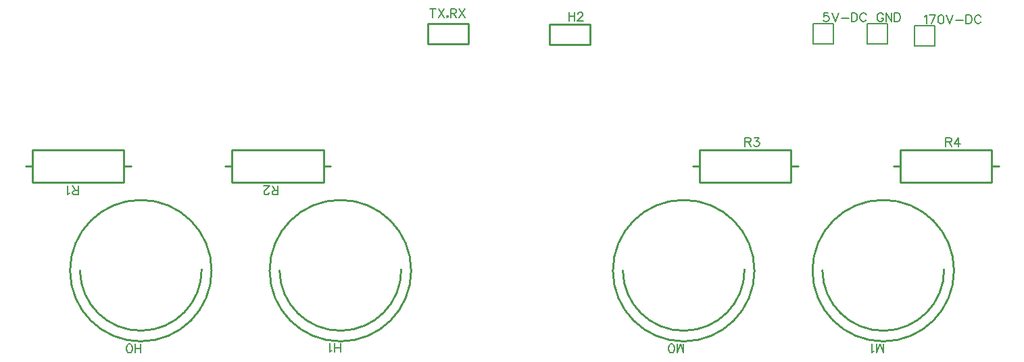
<source format=gto>
G04 Layer: TopSilkLayer*
G04 EasyEDA v6.4.20.2, 2021-06-27T22:08:49--7:00*
G04 5bb4508a62654dd5b4bd4a713fde6167,27d4ab91a1c145949b64cbb6833597a5,10*
G04 Gerber Generator version 0.2*
G04 Scale: 100 percent, Rotated: No, Reflected: No *
G04 Dimensions in inches *
G04 leading zeros omitted , absolute positions ,3 integer and 6 decimal *
%FSLAX36Y36*%
%MOIN*%

%ADD10C,0.0100*%
%ADD24C,0.0080*%
%ADD25C,0.0080*%
%ADD26C,0.0060*%

%LPD*%
D26*
X4374499Y-4243600D02*
G01*
X4354099Y-4243600D01*
X4351999Y-4261999D01*
X4354099Y-4260000D01*
X4360200Y-4257900D01*
X4366400Y-4257900D01*
X4372500Y-4260000D01*
X4376599Y-4264000D01*
X4378599Y-4270200D01*
X4378599Y-4274299D01*
X4376599Y-4280400D01*
X4372500Y-4284499D01*
X4366400Y-4286500D01*
X4360200Y-4286500D01*
X4354099Y-4284499D01*
X4351999Y-4282500D01*
X4350000Y-4278400D01*
X4392100Y-4243600D02*
G01*
X4408500Y-4286500D01*
X4424899Y-4243600D02*
G01*
X4408500Y-4286500D01*
X4438400Y-4268099D02*
G01*
X4475200Y-4268099D01*
X4488699Y-4243600D02*
G01*
X4488699Y-4286500D01*
X4488699Y-4243600D02*
G01*
X4503000Y-4243600D01*
X4509099Y-4245599D01*
X4513199Y-4249699D01*
X4515299Y-4253800D01*
X4517299Y-4260000D01*
X4517299Y-4270200D01*
X4515299Y-4276300D01*
X4513199Y-4280400D01*
X4509099Y-4284499D01*
X4503000Y-4286500D01*
X4488699Y-4286500D01*
X4561499Y-4253800D02*
G01*
X4559499Y-4249699D01*
X4555400Y-4245599D01*
X4551300Y-4243600D01*
X4543100Y-4243600D01*
X4538999Y-4245599D01*
X4534899Y-4249699D01*
X4532900Y-4253800D01*
X4530799Y-4260000D01*
X4530799Y-4270200D01*
X4532900Y-4276300D01*
X4534899Y-4280400D01*
X4538999Y-4284499D01*
X4543100Y-4286500D01*
X4551300Y-4286500D01*
X4555400Y-4284499D01*
X4559499Y-4280400D01*
X4561499Y-4276300D01*
X4850000Y-4261799D02*
G01*
X4854099Y-4259699D01*
X4860200Y-4253600D01*
X4860200Y-4296500D01*
X4902399Y-4253600D02*
G01*
X4881899Y-4296500D01*
X4873699Y-4253600D02*
G01*
X4902399Y-4253600D01*
X4928100Y-4253600D02*
G01*
X4921999Y-4255599D01*
X4917900Y-4261799D01*
X4915900Y-4271999D01*
X4915900Y-4278099D01*
X4917900Y-4288400D01*
X4921999Y-4294499D01*
X4928100Y-4296500D01*
X4932200Y-4296500D01*
X4938400Y-4294499D01*
X4942500Y-4288400D01*
X4944499Y-4278099D01*
X4944499Y-4271999D01*
X4942500Y-4261799D01*
X4938400Y-4255599D01*
X4932200Y-4253600D01*
X4928100Y-4253600D01*
X4958000Y-4253600D02*
G01*
X4974399Y-4296500D01*
X4990699Y-4253600D02*
G01*
X4974399Y-4296500D01*
X5004200Y-4278099D02*
G01*
X5041000Y-4278099D01*
X5054499Y-4253600D02*
G01*
X5054499Y-4296500D01*
X5054499Y-4253600D02*
G01*
X5068900Y-4253600D01*
X5075000Y-4255599D01*
X5079099Y-4259699D01*
X5081099Y-4263800D01*
X5083199Y-4270000D01*
X5083199Y-4280200D01*
X5081099Y-4286300D01*
X5079099Y-4290400D01*
X5075000Y-4294499D01*
X5068900Y-4296500D01*
X5054499Y-4296500D01*
X5127399Y-4263800D02*
G01*
X5125299Y-4259699D01*
X5121199Y-4255599D01*
X5117100Y-4253600D01*
X5108999Y-4253600D01*
X5104899Y-4255599D01*
X5100799Y-4259699D01*
X5098699Y-4263800D01*
X5096700Y-4270000D01*
X5096700Y-4280200D01*
X5098699Y-4286300D01*
X5100799Y-4290400D01*
X5104899Y-4294499D01*
X5108999Y-4296500D01*
X5117100Y-4296500D01*
X5121199Y-4294499D01*
X5125299Y-4290400D01*
X5127399Y-4286300D01*
X4645699Y-4253800D02*
G01*
X4643599Y-4249699D01*
X4639499Y-4245599D01*
X4635500Y-4243600D01*
X4627299Y-4243600D01*
X4623199Y-4245599D01*
X4619099Y-4249699D01*
X4616999Y-4253800D01*
X4615000Y-4260000D01*
X4615000Y-4270200D01*
X4616999Y-4276300D01*
X4619099Y-4280400D01*
X4623199Y-4284499D01*
X4627299Y-4286500D01*
X4635500Y-4286500D01*
X4639499Y-4284499D01*
X4643599Y-4280400D01*
X4645699Y-4276300D01*
X4645699Y-4270200D01*
X4635500Y-4270200D02*
G01*
X4645699Y-4270200D01*
X4659200Y-4243600D02*
G01*
X4659200Y-4286500D01*
X4659200Y-4243600D02*
G01*
X4687799Y-4286500D01*
X4687799Y-4243600D02*
G01*
X4687799Y-4286500D01*
X4701300Y-4243600D02*
G01*
X4701300Y-4286500D01*
X4701300Y-4243600D02*
G01*
X4715600Y-4243600D01*
X4721800Y-4245599D01*
X4725900Y-4249699D01*
X4727900Y-4253800D01*
X4730000Y-4260000D01*
X4730000Y-4270200D01*
X4727900Y-4276300D01*
X4725900Y-4280400D01*
X4721800Y-4284499D01*
X4715600Y-4286500D01*
X4701300Y-4286500D01*
X984252Y-5920711D02*
G01*
X984252Y-5877811D01*
X955653Y-5920711D02*
G01*
X955653Y-5877811D01*
X984252Y-5900311D02*
G01*
X955653Y-5900311D01*
X929853Y-5920711D02*
G01*
X935952Y-5918710D01*
X940052Y-5912510D01*
X942152Y-5902311D01*
X942152Y-5896210D01*
X940052Y-5885911D01*
X935952Y-5879811D01*
X929853Y-5877811D01*
X925753Y-5877811D01*
X919652Y-5879811D01*
X915552Y-5885911D01*
X913452Y-5896210D01*
X913452Y-5902311D01*
X915552Y-5912510D01*
X919652Y-5918710D01*
X925753Y-5920711D01*
X929853Y-5920711D01*
X1968504Y-5917211D02*
G01*
X1968504Y-5874310D01*
X1939903Y-5917211D02*
G01*
X1939903Y-5874310D01*
X1968504Y-5896810D02*
G01*
X1939903Y-5896810D01*
X1926404Y-5909011D02*
G01*
X1922304Y-5911111D01*
X1916103Y-5917211D01*
X1916103Y-5874310D01*
X3095000Y-4239600D02*
G01*
X3095000Y-4282500D01*
X3123599Y-4239600D02*
G01*
X3123599Y-4282500D01*
X3095000Y-4260000D02*
G01*
X3123599Y-4260000D01*
X3139200Y-4249800D02*
G01*
X3139200Y-4247800D01*
X3141199Y-4243699D01*
X3143299Y-4241599D01*
X3147399Y-4239600D01*
X3155500Y-4239600D01*
X3159600Y-4241599D01*
X3161700Y-4243699D01*
X3163699Y-4247800D01*
X3163699Y-4251900D01*
X3161700Y-4255999D01*
X3157600Y-4262100D01*
X3137100Y-4282500D01*
X3165799Y-4282500D01*
X2424300Y-4224600D02*
G01*
X2424300Y-4267500D01*
X2410000Y-4224600D02*
G01*
X2438599Y-4224600D01*
X2452100Y-4224600D02*
G01*
X2480799Y-4267500D01*
X2480799Y-4224600D02*
G01*
X2452100Y-4267500D01*
X2498400Y-4259400D02*
G01*
X2496300Y-4261399D01*
X2494300Y-4259400D01*
X2496300Y-4257300D01*
X2498400Y-4259400D01*
X2498400Y-4263499D01*
X2494300Y-4267500D01*
X2511899Y-4224600D02*
G01*
X2511899Y-4267500D01*
X2511899Y-4224600D02*
G01*
X2530299Y-4224600D01*
X2536400Y-4226599D01*
X2538500Y-4228699D01*
X2540500Y-4232800D01*
X2540500Y-4236900D01*
X2538500Y-4240999D01*
X2536400Y-4243000D01*
X2530299Y-4245000D01*
X2511899Y-4245000D01*
X2526199Y-4245000D02*
G01*
X2540500Y-4267500D01*
X2553999Y-4224600D02*
G01*
X2582600Y-4267500D01*
X2582600Y-4224600D02*
G01*
X2553999Y-4267500D01*
X3661417Y-5920711D02*
G01*
X3661417Y-5877811D01*
X3661417Y-5920711D02*
G01*
X3645016Y-5877811D01*
X3628716Y-5920711D02*
G01*
X3645016Y-5877811D01*
X3628716Y-5920711D02*
G01*
X3628716Y-5877811D01*
X3602916Y-5920711D02*
G01*
X3609017Y-5918710D01*
X3613117Y-5912510D01*
X3615217Y-5902311D01*
X3615217Y-5896210D01*
X3613117Y-5885911D01*
X3609017Y-5879811D01*
X3602916Y-5877811D01*
X3598816Y-5877811D01*
X3592717Y-5879811D01*
X3588617Y-5885911D01*
X3586517Y-5896210D01*
X3586517Y-5902311D01*
X3588617Y-5912510D01*
X3592717Y-5918710D01*
X3598816Y-5920711D01*
X3602916Y-5920711D01*
X675945Y-5140400D02*
G01*
X675945Y-5097500D01*
X675945Y-5140400D02*
G01*
X657545Y-5140400D01*
X651444Y-5138400D01*
X649344Y-5136300D01*
X647345Y-5132199D01*
X647345Y-5128099D01*
X649344Y-5124000D01*
X651444Y-5121999D01*
X657545Y-5120000D01*
X675945Y-5120000D01*
X661644Y-5120000D02*
G01*
X647345Y-5097500D01*
X633845Y-5132199D02*
G01*
X629744Y-5134299D01*
X623544Y-5140400D01*
X623544Y-5097500D01*
X1660945Y-5140400D02*
G01*
X1660945Y-5097500D01*
X1660945Y-5140400D02*
G01*
X1642545Y-5140400D01*
X1636445Y-5138400D01*
X1634345Y-5136300D01*
X1632344Y-5132199D01*
X1632344Y-5128099D01*
X1634345Y-5124000D01*
X1636445Y-5121999D01*
X1642545Y-5120000D01*
X1660945Y-5120000D01*
X1646644Y-5120000D02*
G01*
X1632344Y-5097500D01*
X1616745Y-5130200D02*
G01*
X1616745Y-5132199D01*
X1614745Y-5136300D01*
X1612645Y-5138400D01*
X1608545Y-5140400D01*
X1600444Y-5140400D01*
X1596345Y-5138400D01*
X1594245Y-5136300D01*
X1592245Y-5132199D01*
X1592245Y-5128099D01*
X1594245Y-5124000D01*
X1598344Y-5117900D01*
X1618845Y-5097500D01*
X1590145Y-5097500D01*
X3964054Y-4859600D02*
G01*
X3964054Y-4902500D01*
X3964054Y-4859600D02*
G01*
X3982455Y-4859600D01*
X3988554Y-4861599D01*
X3990654Y-4863699D01*
X3992655Y-4867800D01*
X3992655Y-4871900D01*
X3990654Y-4875999D01*
X3988554Y-4878000D01*
X3982455Y-4880000D01*
X3964054Y-4880000D01*
X3978355Y-4880000D02*
G01*
X3992655Y-4902500D01*
X4010254Y-4859600D02*
G01*
X4032754Y-4859600D01*
X4020555Y-4875999D01*
X4026655Y-4875999D01*
X4030754Y-4878000D01*
X4032754Y-4880000D01*
X4034854Y-4886199D01*
X4034854Y-4890300D01*
X4032754Y-4896399D01*
X4028654Y-4900500D01*
X4022555Y-4902500D01*
X4016454Y-4902500D01*
X4010254Y-4900500D01*
X4008254Y-4898499D01*
X4006154Y-4894400D01*
X4954054Y-4859600D02*
G01*
X4954054Y-4902500D01*
X4954054Y-4859600D02*
G01*
X4972455Y-4859600D01*
X4978554Y-4861599D01*
X4980654Y-4863699D01*
X4982655Y-4867800D01*
X4982655Y-4871900D01*
X4980654Y-4875999D01*
X4978554Y-4878000D01*
X4972455Y-4880000D01*
X4954054Y-4880000D01*
X4968355Y-4880000D02*
G01*
X4982655Y-4902500D01*
X5016655Y-4859600D02*
G01*
X4996154Y-4888200D01*
X5026854Y-4888200D01*
X5016655Y-4859600D02*
G01*
X5016655Y-4902500D01*
X4645668Y-5920711D02*
G01*
X4645668Y-5877811D01*
X4645668Y-5920711D02*
G01*
X4629269Y-5877811D01*
X4612969Y-5920711D02*
G01*
X4629269Y-5877811D01*
X4612969Y-5920711D02*
G01*
X4612969Y-5877811D01*
X4599468Y-5912510D02*
G01*
X4595369Y-5914611D01*
X4589169Y-5920711D01*
X4589169Y-5877811D01*
D24*
X4400000Y-4395000D02*
G01*
X4300000Y-4395000D01*
X4300000Y-4295000D01*
X4400000Y-4295000D01*
X4400000Y-4370000D01*
D25*
X4400000Y-4395000D02*
G01*
X4400000Y-4370000D01*
D24*
X4900000Y-4405000D02*
G01*
X4800000Y-4405000D01*
X4800000Y-4305000D01*
X4900000Y-4305000D01*
X4900000Y-4380000D01*
D25*
X4900000Y-4405000D02*
G01*
X4900000Y-4380000D01*
D24*
X4665000Y-4395000D02*
G01*
X4565000Y-4395000D01*
X4565000Y-4295000D01*
X4665000Y-4295000D01*
X4665000Y-4370000D01*
D25*
X4665000Y-4395000D02*
G01*
X4665000Y-4370000D01*
D10*
X3000000Y-4300000D02*
G01*
X3200000Y-4300000D01*
X3200000Y-4400000D01*
X3000000Y-4400000D01*
X3000000Y-4300000D01*
X2600000Y-4395000D02*
G01*
X2400000Y-4395000D01*
X2400000Y-4295000D01*
X2600000Y-4295000D01*
X2600000Y-4395000D01*
X905045Y-5000000D02*
G01*
X935045Y-5000000D01*
X445045Y-5000000D02*
G01*
X415045Y-5000000D01*
X901374Y-5078739D02*
G01*
X448614Y-5078739D01*
X448614Y-4921260D01*
X901374Y-4921260D01*
X901374Y-5078739D01*
X1890045Y-5000000D02*
G01*
X1920045Y-5000000D01*
X1430045Y-5000000D02*
G01*
X1400045Y-5000000D01*
X1886374Y-5078739D02*
G01*
X1433614Y-5078739D01*
X1433614Y-4921260D01*
X1886374Y-4921260D01*
X1886374Y-5078739D01*
X3734955Y-5000000D02*
G01*
X3704955Y-5000000D01*
X4194955Y-5000000D02*
G01*
X4224955Y-5000000D01*
X3738625Y-4921260D02*
G01*
X4191385Y-4921260D01*
X4191385Y-5078739D01*
X3738625Y-5078739D01*
X3738625Y-4921260D01*
X4724955Y-5000000D02*
G01*
X4694955Y-5000000D01*
X5184955Y-5000000D02*
G01*
X5214955Y-5000000D01*
X4728625Y-4921260D02*
G01*
X5181385Y-4921260D01*
X5181385Y-5078739D01*
X4728625Y-5078739D01*
X4728625Y-4921260D01*
G75*
G01*
X1284251Y-5509059D02*
G02*
X684249Y-5515311I-300008J-2471D01*
G75*
G01*
X2268503Y-5509059D02*
G02*
X1668501Y-5515311I-300008J-2471D01*
G75*
G01*
X3961417Y-5509059D02*
G02*
X3361414Y-5515311I-300005J-2768D01*
G75*
G01*
X4945669Y-5509059D02*
G02*
X4345666Y-5515311I-300005J-2768D01*
G75*
G01
X1333250Y-5515310D02*
G03X1333250Y-5515310I-349000J0D01*
G75*
G01
X2317500Y-5515310D02*
G03X2317500Y-5515310I-349000J0D01*
G75*
G01
X4010420Y-5515310D02*
G03X4010420Y-5515310I-349000J0D01*
G75*
G01
X4994670Y-5515310D02*
G03X4994670Y-5515310I-349000J0D01*
M02*

</source>
